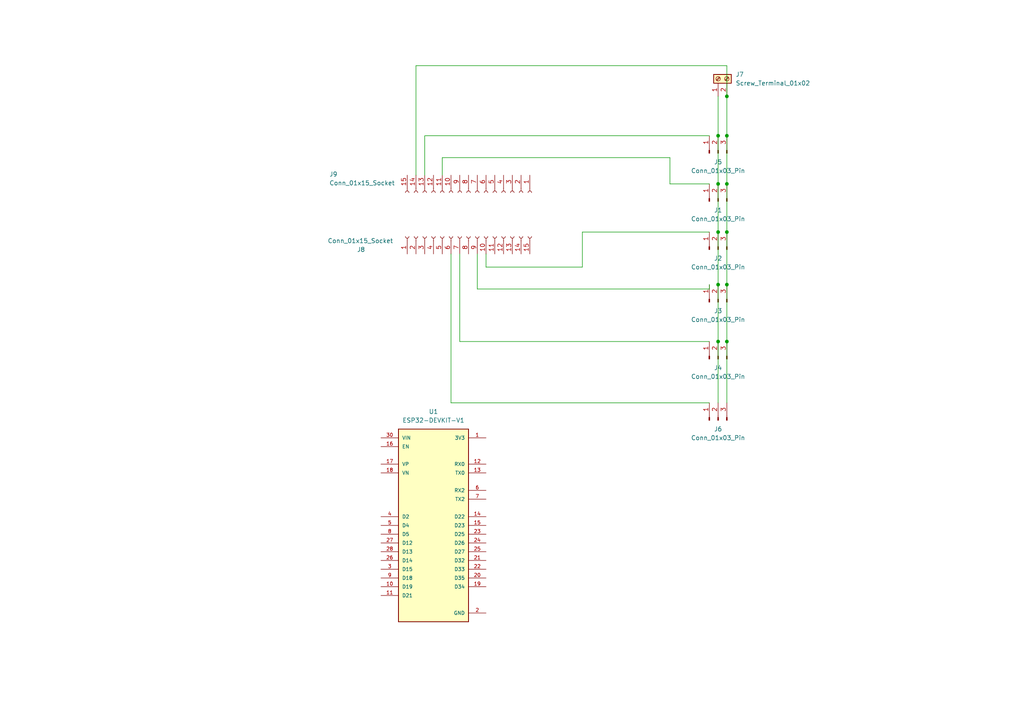
<source format=kicad_sch>
(kicad_sch
	(version 20250114)
	(generator "eeschema")
	(generator_version "9.0")
	(uuid "b21592c6-42e5-42ee-832e-3d5529a05b86")
	(paper "A4")
	(title_block
		(title "Placa de Alimentação e Controle dos Servomotores")
		(date "2025-11-30")
		(company "Instituto Federal de Santa Catarina")
		(comment 1 "Caio Neves Meira")
		(comment 2 "Guilherme da Costa Franco")
		(comment 3 "Marcelo Pereira Zampieri")
	)
	(lib_symbols
		(symbol "Connector:Conn_01x03_Pin"
			(pin_names
				(offset 1.016)
				(hide yes)
			)
			(exclude_from_sim no)
			(in_bom yes)
			(on_board yes)
			(property "Reference" "J"
				(at 0 5.08 0)
				(effects
					(font
						(size 1.27 1.27)
					)
				)
			)
			(property "Value" "Conn_01x03_Pin"
				(at 0 -5.08 0)
				(effects
					(font
						(size 1.27 1.27)
					)
				)
			)
			(property "Footprint" ""
				(at 0 0 0)
				(effects
					(font
						(size 1.27 1.27)
					)
					(hide yes)
				)
			)
			(property "Datasheet" "~"
				(at 0 0 0)
				(effects
					(font
						(size 1.27 1.27)
					)
					(hide yes)
				)
			)
			(property "Description" "Generic connector, single row, 01x03, script generated"
				(at 0 0 0)
				(effects
					(font
						(size 1.27 1.27)
					)
					(hide yes)
				)
			)
			(property "ki_locked" ""
				(at 0 0 0)
				(effects
					(font
						(size 1.27 1.27)
					)
				)
			)
			(property "ki_keywords" "connector"
				(at 0 0 0)
				(effects
					(font
						(size 1.27 1.27)
					)
					(hide yes)
				)
			)
			(property "ki_fp_filters" "Connector*:*_1x??_*"
				(at 0 0 0)
				(effects
					(font
						(size 1.27 1.27)
					)
					(hide yes)
				)
			)
			(symbol "Conn_01x03_Pin_1_1"
				(rectangle
					(start 0.8636 2.667)
					(end 0 2.413)
					(stroke
						(width 0.1524)
						(type default)
					)
					(fill
						(type outline)
					)
				)
				(rectangle
					(start 0.8636 0.127)
					(end 0 -0.127)
					(stroke
						(width 0.1524)
						(type default)
					)
					(fill
						(type outline)
					)
				)
				(rectangle
					(start 0.8636 -2.413)
					(end 0 -2.667)
					(stroke
						(width 0.1524)
						(type default)
					)
					(fill
						(type outline)
					)
				)
				(polyline
					(pts
						(xy 1.27 2.54) (xy 0.8636 2.54)
					)
					(stroke
						(width 0.1524)
						(type default)
					)
					(fill
						(type none)
					)
				)
				(polyline
					(pts
						(xy 1.27 0) (xy 0.8636 0)
					)
					(stroke
						(width 0.1524)
						(type default)
					)
					(fill
						(type none)
					)
				)
				(polyline
					(pts
						(xy 1.27 -2.54) (xy 0.8636 -2.54)
					)
					(stroke
						(width 0.1524)
						(type default)
					)
					(fill
						(type none)
					)
				)
				(pin passive line
					(at 5.08 2.54 180)
					(length 3.81)
					(name "Pin_1"
						(effects
							(font
								(size 1.27 1.27)
							)
						)
					)
					(number "1"
						(effects
							(font
								(size 1.27 1.27)
							)
						)
					)
				)
				(pin passive line
					(at 5.08 0 180)
					(length 3.81)
					(name "Pin_2"
						(effects
							(font
								(size 1.27 1.27)
							)
						)
					)
					(number "2"
						(effects
							(font
								(size 1.27 1.27)
							)
						)
					)
				)
				(pin passive line
					(at 5.08 -2.54 180)
					(length 3.81)
					(name "Pin_3"
						(effects
							(font
								(size 1.27 1.27)
							)
						)
					)
					(number "3"
						(effects
							(font
								(size 1.27 1.27)
							)
						)
					)
				)
			)
			(embedded_fonts no)
		)
		(symbol "Connector:Conn_01x15_Socket"
			(pin_names
				(offset 1.016)
				(hide yes)
			)
			(exclude_from_sim no)
			(in_bom yes)
			(on_board yes)
			(property "Reference" "J"
				(at 0 20.32 0)
				(effects
					(font
						(size 1.27 1.27)
					)
				)
			)
			(property "Value" "Conn_01x15_Socket"
				(at 0 -20.32 0)
				(effects
					(font
						(size 1.27 1.27)
					)
				)
			)
			(property "Footprint" ""
				(at 0 0 0)
				(effects
					(font
						(size 1.27 1.27)
					)
					(hide yes)
				)
			)
			(property "Datasheet" "~"
				(at 0 0 0)
				(effects
					(font
						(size 1.27 1.27)
					)
					(hide yes)
				)
			)
			(property "Description" "Generic connector, single row, 01x15, script generated"
				(at 0 0 0)
				(effects
					(font
						(size 1.27 1.27)
					)
					(hide yes)
				)
			)
			(property "ki_locked" ""
				(at 0 0 0)
				(effects
					(font
						(size 1.27 1.27)
					)
				)
			)
			(property "ki_keywords" "connector"
				(at 0 0 0)
				(effects
					(font
						(size 1.27 1.27)
					)
					(hide yes)
				)
			)
			(property "ki_fp_filters" "Connector*:*_1x??_*"
				(at 0 0 0)
				(effects
					(font
						(size 1.27 1.27)
					)
					(hide yes)
				)
			)
			(symbol "Conn_01x15_Socket_1_1"
				(polyline
					(pts
						(xy -1.27 17.78) (xy -0.508 17.78)
					)
					(stroke
						(width 0.1524)
						(type default)
					)
					(fill
						(type none)
					)
				)
				(polyline
					(pts
						(xy -1.27 15.24) (xy -0.508 15.24)
					)
					(stroke
						(width 0.1524)
						(type default)
					)
					(fill
						(type none)
					)
				)
				(polyline
					(pts
						(xy -1.27 12.7) (xy -0.508 12.7)
					)
					(stroke
						(width 0.1524)
						(type default)
					)
					(fill
						(type none)
					)
				)
				(polyline
					(pts
						(xy -1.27 10.16) (xy -0.508 10.16)
					)
					(stroke
						(width 0.1524)
						(type default)
					)
					(fill
						(type none)
					)
				)
				(polyline
					(pts
						(xy -1.27 7.62) (xy -0.508 7.62)
					)
					(stroke
						(width 0.1524)
						(type default)
					)
					(fill
						(type none)
					)
				)
				(polyline
					(pts
						(xy -1.27 5.08) (xy -0.508 5.08)
					)
					(stroke
						(width 0.1524)
						(type default)
					)
					(fill
						(type none)
					)
				)
				(polyline
					(pts
						(xy -1.27 2.54) (xy -0.508 2.54)
					)
					(stroke
						(width 0.1524)
						(type default)
					)
					(fill
						(type none)
					)
				)
				(polyline
					(pts
						(xy -1.27 0) (xy -0.508 0)
					)
					(stroke
						(width 0.1524)
						(type default)
					)
					(fill
						(type none)
					)
				)
				(polyline
					(pts
						(xy -1.27 -2.54) (xy -0.508 -2.54)
					)
					(stroke
						(width 0.1524)
						(type default)
					)
					(fill
						(type none)
					)
				)
				(polyline
					(pts
						(xy -1.27 -5.08) (xy -0.508 -5.08)
					)
					(stroke
						(width 0.1524)
						(type default)
					)
					(fill
						(type none)
					)
				)
				(polyline
					(pts
						(xy -1.27 -7.62) (xy -0.508 -7.62)
					)
					(stroke
						(width 0.1524)
						(type default)
					)
					(fill
						(type none)
					)
				)
				(polyline
					(pts
						(xy -1.27 -10.16) (xy -0.508 -10.16)
					)
					(stroke
						(width 0.1524)
						(type default)
					)
					(fill
						(type none)
					)
				)
				(polyline
					(pts
						(xy -1.27 -12.7) (xy -0.508 -12.7)
					)
					(stroke
						(width 0.1524)
						(type default)
					)
					(fill
						(type none)
					)
				)
				(polyline
					(pts
						(xy -1.27 -15.24) (xy -0.508 -15.24)
					)
					(stroke
						(width 0.1524)
						(type default)
					)
					(fill
						(type none)
					)
				)
				(polyline
					(pts
						(xy -1.27 -17.78) (xy -0.508 -17.78)
					)
					(stroke
						(width 0.1524)
						(type default)
					)
					(fill
						(type none)
					)
				)
				(arc
					(start 0 17.272)
					(mid -0.5058 17.78)
					(end 0 18.288)
					(stroke
						(width 0.1524)
						(type default)
					)
					(fill
						(type none)
					)
				)
				(arc
					(start 0 14.732)
					(mid -0.5058 15.24)
					(end 0 15.748)
					(stroke
						(width 0.1524)
						(type default)
					)
					(fill
						(type none)
					)
				)
				(arc
					(start 0 12.192)
					(mid -0.5058 12.7)
					(end 0 13.208)
					(stroke
						(width 0.1524)
						(type default)
					)
					(fill
						(type none)
					)
				)
				(arc
					(start 0 9.652)
					(mid -0.5058 10.16)
					(end 0 10.668)
					(stroke
						(width 0.1524)
						(type default)
					)
					(fill
						(type none)
					)
				)
				(arc
					(start 0 7.112)
					(mid -0.5058 7.62)
					(end 0 8.128)
					(stroke
						(width 0.1524)
						(type default)
					)
					(fill
						(type none)
					)
				)
				(arc
					(start 0 4.572)
					(mid -0.5058 5.08)
					(end 0 5.588)
					(stroke
						(width 0.1524)
						(type default)
					)
					(fill
						(type none)
					)
				)
				(arc
					(start 0 2.032)
					(mid -0.5058 2.54)
					(end 0 3.048)
					(stroke
						(width 0.1524)
						(type default)
					)
					(fill
						(type none)
					)
				)
				(arc
					(start 0 -0.508)
					(mid -0.5058 0)
					(end 0 0.508)
					(stroke
						(width 0.1524)
						(type default)
					)
					(fill
						(type none)
					)
				)
				(arc
					(start 0 -3.048)
					(mid -0.5058 -2.54)
					(end 0 -2.032)
					(stroke
						(width 0.1524)
						(type default)
					)
					(fill
						(type none)
					)
				)
				(arc
					(start 0 -5.588)
					(mid -0.5058 -5.08)
					(end 0 -4.572)
					(stroke
						(width 0.1524)
						(type default)
					)
					(fill
						(type none)
					)
				)
				(arc
					(start 0 -8.128)
					(mid -0.5058 -7.62)
					(end 0 -7.112)
					(stroke
						(width 0.1524)
						(type default)
					)
					(fill
						(type none)
					)
				)
				(arc
					(start 0 -10.668)
					(mid -0.5058 -10.16)
					(end 0 -9.652)
					(stroke
						(width 0.1524)
						(type default)
					)
					(fill
						(type none)
					)
				)
				(arc
					(start 0 -13.208)
					(mid -0.5058 -12.7)
					(end 0 -12.192)
					(stroke
						(width 0.1524)
						(type default)
					)
					(fill
						(type none)
					)
				)
				(arc
					(start 0 -15.748)
					(mid -0.5058 -15.24)
					(end 0 -14.732)
					(stroke
						(width 0.1524)
						(type default)
					)
					(fill
						(type none)
					)
				)
				(arc
					(start 0 -18.288)
					(mid -0.5058 -17.78)
					(end 0 -17.272)
					(stroke
						(width 0.1524)
						(type default)
					)
					(fill
						(type none)
					)
				)
				(pin passive line
					(at -5.08 17.78 0)
					(length 3.81)
					(name "Pin_1"
						(effects
							(font
								(size 1.27 1.27)
							)
						)
					)
					(number "1"
						(effects
							(font
								(size 1.27 1.27)
							)
						)
					)
				)
				(pin passive line
					(at -5.08 15.24 0)
					(length 3.81)
					(name "Pin_2"
						(effects
							(font
								(size 1.27 1.27)
							)
						)
					)
					(number "2"
						(effects
							(font
								(size 1.27 1.27)
							)
						)
					)
				)
				(pin passive line
					(at -5.08 12.7 0)
					(length 3.81)
					(name "Pin_3"
						(effects
							(font
								(size 1.27 1.27)
							)
						)
					)
					(number "3"
						(effects
							(font
								(size 1.27 1.27)
							)
						)
					)
				)
				(pin passive line
					(at -5.08 10.16 0)
					(length 3.81)
					(name "Pin_4"
						(effects
							(font
								(size 1.27 1.27)
							)
						)
					)
					(number "4"
						(effects
							(font
								(size 1.27 1.27)
							)
						)
					)
				)
				(pin passive line
					(at -5.08 7.62 0)
					(length 3.81)
					(name "Pin_5"
						(effects
							(font
								(size 1.27 1.27)
							)
						)
					)
					(number "5"
						(effects
							(font
								(size 1.27 1.27)
							)
						)
					)
				)
				(pin passive line
					(at -5.08 5.08 0)
					(length 3.81)
					(name "Pin_6"
						(effects
							(font
								(size 1.27 1.27)
							)
						)
					)
					(number "6"
						(effects
							(font
								(size 1.27 1.27)
							)
						)
					)
				)
				(pin passive line
					(at -5.08 2.54 0)
					(length 3.81)
					(name "Pin_7"
						(effects
							(font
								(size 1.27 1.27)
							)
						)
					)
					(number "7"
						(effects
							(font
								(size 1.27 1.27)
							)
						)
					)
				)
				(pin passive line
					(at -5.08 0 0)
					(length 3.81)
					(name "Pin_8"
						(effects
							(font
								(size 1.27 1.27)
							)
						)
					)
					(number "8"
						(effects
							(font
								(size 1.27 1.27)
							)
						)
					)
				)
				(pin passive line
					(at -5.08 -2.54 0)
					(length 3.81)
					(name "Pin_9"
						(effects
							(font
								(size 1.27 1.27)
							)
						)
					)
					(number "9"
						(effects
							(font
								(size 1.27 1.27)
							)
						)
					)
				)
				(pin passive line
					(at -5.08 -5.08 0)
					(length 3.81)
					(name "Pin_10"
						(effects
							(font
								(size 1.27 1.27)
							)
						)
					)
					(number "10"
						(effects
							(font
								(size 1.27 1.27)
							)
						)
					)
				)
				(pin passive line
					(at -5.08 -7.62 0)
					(length 3.81)
					(name "Pin_11"
						(effects
							(font
								(size 1.27 1.27)
							)
						)
					)
					(number "11"
						(effects
							(font
								(size 1.27 1.27)
							)
						)
					)
				)
				(pin passive line
					(at -5.08 -10.16 0)
					(length 3.81)
					(name "Pin_12"
						(effects
							(font
								(size 1.27 1.27)
							)
						)
					)
					(number "12"
						(effects
							(font
								(size 1.27 1.27)
							)
						)
					)
				)
				(pin passive line
					(at -5.08 -12.7 0)
					(length 3.81)
					(name "Pin_13"
						(effects
							(font
								(size 1.27 1.27)
							)
						)
					)
					(number "13"
						(effects
							(font
								(size 1.27 1.27)
							)
						)
					)
				)
				(pin passive line
					(at -5.08 -15.24 0)
					(length 3.81)
					(name "Pin_14"
						(effects
							(font
								(size 1.27 1.27)
							)
						)
					)
					(number "14"
						(effects
							(font
								(size 1.27 1.27)
							)
						)
					)
				)
				(pin passive line
					(at -5.08 -17.78 0)
					(length 3.81)
					(name "Pin_15"
						(effects
							(font
								(size 1.27 1.27)
							)
						)
					)
					(number "15"
						(effects
							(font
								(size 1.27 1.27)
							)
						)
					)
				)
			)
			(embedded_fonts no)
		)
		(symbol "Connector:Screw_Terminal_01x02"
			(pin_names
				(offset 1.016)
				(hide yes)
			)
			(exclude_from_sim no)
			(in_bom yes)
			(on_board yes)
			(property "Reference" "J"
				(at 0 2.54 0)
				(effects
					(font
						(size 1.27 1.27)
					)
				)
			)
			(property "Value" "Screw_Terminal_01x02"
				(at 0 -5.08 0)
				(effects
					(font
						(size 1.27 1.27)
					)
				)
			)
			(property "Footprint" ""
				(at 0 0 0)
				(effects
					(font
						(size 1.27 1.27)
					)
					(hide yes)
				)
			)
			(property "Datasheet" "~"
				(at 0 0 0)
				(effects
					(font
						(size 1.27 1.27)
					)
					(hide yes)
				)
			)
			(property "Description" "Generic screw terminal, single row, 01x02, script generated (kicad-library-utils/schlib/autogen/connector/)"
				(at 0 0 0)
				(effects
					(font
						(size 1.27 1.27)
					)
					(hide yes)
				)
			)
			(property "ki_keywords" "screw terminal"
				(at 0 0 0)
				(effects
					(font
						(size 1.27 1.27)
					)
					(hide yes)
				)
			)
			(property "ki_fp_filters" "TerminalBlock*:*"
				(at 0 0 0)
				(effects
					(font
						(size 1.27 1.27)
					)
					(hide yes)
				)
			)
			(symbol "Screw_Terminal_01x02_1_1"
				(rectangle
					(start -1.27 1.27)
					(end 1.27 -3.81)
					(stroke
						(width 0.254)
						(type default)
					)
					(fill
						(type background)
					)
				)
				(polyline
					(pts
						(xy -0.5334 0.3302) (xy 0.3302 -0.508)
					)
					(stroke
						(width 0.1524)
						(type default)
					)
					(fill
						(type none)
					)
				)
				(polyline
					(pts
						(xy -0.5334 -2.2098) (xy 0.3302 -3.048)
					)
					(stroke
						(width 0.1524)
						(type default)
					)
					(fill
						(type none)
					)
				)
				(polyline
					(pts
						(xy -0.3556 0.508) (xy 0.508 -0.3302)
					)
					(stroke
						(width 0.1524)
						(type default)
					)
					(fill
						(type none)
					)
				)
				(polyline
					(pts
						(xy -0.3556 -2.032) (xy 0.508 -2.8702)
					)
					(stroke
						(width 0.1524)
						(type default)
					)
					(fill
						(type none)
					)
				)
				(circle
					(center 0 0)
					(radius 0.635)
					(stroke
						(width 0.1524)
						(type default)
					)
					(fill
						(type none)
					)
				)
				(circle
					(center 0 -2.54)
					(radius 0.635)
					(stroke
						(width 0.1524)
						(type default)
					)
					(fill
						(type none)
					)
				)
				(pin passive line
					(at -5.08 0 0)
					(length 3.81)
					(name "Pin_1"
						(effects
							(font
								(size 1.27 1.27)
							)
						)
					)
					(number "1"
						(effects
							(font
								(size 1.27 1.27)
							)
						)
					)
				)
				(pin passive line
					(at -5.08 -2.54 0)
					(length 3.81)
					(name "Pin_2"
						(effects
							(font
								(size 1.27 1.27)
							)
						)
					)
					(number "2"
						(effects
							(font
								(size 1.27 1.27)
							)
						)
					)
				)
			)
			(embedded_fonts no)
		)
		(symbol "ESP32-DEVKIT-V1:ESP32-DEVKIT-V1"
			(pin_names
				(offset 1.016)
			)
			(exclude_from_sim no)
			(in_bom yes)
			(on_board yes)
			(property "Reference" "U"
				(at -10.16 30.48 0)
				(effects
					(font
						(size 1.27 1.27)
					)
					(justify left top)
				)
			)
			(property "Value" "ESP32-DEVKIT-V1"
				(at -10.16 -30.48 0)
				(effects
					(font
						(size 1.27 1.27)
					)
					(justify left bottom)
				)
			)
			(property "Footprint" "ESP32-DEVKIT-V1:MODULE_ESP32_DEVKIT_V1"
				(at 0 0 0)
				(effects
					(font
						(size 1.27 1.27)
					)
					(justify bottom)
					(hide yes)
				)
			)
			(property "Datasheet" ""
				(at 0 0 0)
				(effects
					(font
						(size 1.27 1.27)
					)
					(hide yes)
				)
			)
			(property "Description" ""
				(at 0 0 0)
				(effects
					(font
						(size 1.27 1.27)
					)
					(hide yes)
				)
			)
			(property "MF" "Do it"
				(at 0 0 0)
				(effects
					(font
						(size 1.27 1.27)
					)
					(justify bottom)
					(hide yes)
				)
			)
			(property "MAXIMUM_PACKAGE_HEIGHT" "6.8 mm"
				(at 0 0 0)
				(effects
					(font
						(size 1.27 1.27)
					)
					(justify bottom)
					(hide yes)
				)
			)
			(property "Package" "None"
				(at 0 0 0)
				(effects
					(font
						(size 1.27 1.27)
					)
					(justify bottom)
					(hide yes)
				)
			)
			(property "Price" "None"
				(at 0 0 0)
				(effects
					(font
						(size 1.27 1.27)
					)
					(justify bottom)
					(hide yes)
				)
			)
			(property "Check_prices" "https://www.snapeda.com/parts/ESP32-DEVKIT-V1/Do+it/view-part/?ref=eda"
				(at 0 0 0)
				(effects
					(font
						(size 1.27 1.27)
					)
					(justify bottom)
					(hide yes)
				)
			)
			(property "STANDARD" "Manufacturer Recommendations"
				(at 0 0 0)
				(effects
					(font
						(size 1.27 1.27)
					)
					(justify bottom)
					(hide yes)
				)
			)
			(property "PARTREV" "N/A"
				(at 0 0 0)
				(effects
					(font
						(size 1.27 1.27)
					)
					(justify bottom)
					(hide yes)
				)
			)
			(property "SnapEDA_Link" "https://www.snapeda.com/parts/ESP32-DEVKIT-V1/Do+it/view-part/?ref=snap"
				(at 0 0 0)
				(effects
					(font
						(size 1.27 1.27)
					)
					(justify bottom)
					(hide yes)
				)
			)
			(property "MP" "ESP32-DEVKIT-V1"
				(at 0 0 0)
				(effects
					(font
						(size 1.27 1.27)
					)
					(justify bottom)
					(hide yes)
				)
			)
			(property "Description_1" "Dual core, Wi-Fi: 2.4 GHz up to 150 Mbits/s,BLE (Bluetooth Low Energy) and legacy Bluetooth, 32 bits, Up to 240 MHz"
				(at 0 0 0)
				(effects
					(font
						(size 1.27 1.27)
					)
					(justify bottom)
					(hide yes)
				)
			)
			(property "Availability" "Not in stock"
				(at 0 0 0)
				(effects
					(font
						(size 1.27 1.27)
					)
					(justify bottom)
					(hide yes)
				)
			)
			(property "MANUFACTURER" "DOIT"
				(at 0 0 0)
				(effects
					(font
						(size 1.27 1.27)
					)
					(justify bottom)
					(hide yes)
				)
			)
			(symbol "ESP32-DEVKIT-V1_0_0"
				(rectangle
					(start -10.16 -27.94)
					(end 10.16 27.94)
					(stroke
						(width 0.254)
						(type default)
					)
					(fill
						(type background)
					)
				)
				(pin input line
					(at -15.24 25.4 0)
					(length 5.08)
					(name "VIN"
						(effects
							(font
								(size 1.016 1.016)
							)
						)
					)
					(number "30"
						(effects
							(font
								(size 1.016 1.016)
							)
						)
					)
				)
				(pin input line
					(at -15.24 22.86 0)
					(length 5.08)
					(name "EN"
						(effects
							(font
								(size 1.016 1.016)
							)
						)
					)
					(number "16"
						(effects
							(font
								(size 1.016 1.016)
							)
						)
					)
				)
				(pin bidirectional line
					(at -15.24 17.78 0)
					(length 5.08)
					(name "VP"
						(effects
							(font
								(size 1.016 1.016)
							)
						)
					)
					(number "17"
						(effects
							(font
								(size 1.016 1.016)
							)
						)
					)
				)
				(pin bidirectional line
					(at -15.24 15.24 0)
					(length 5.08)
					(name "VN"
						(effects
							(font
								(size 1.016 1.016)
							)
						)
					)
					(number "18"
						(effects
							(font
								(size 1.016 1.016)
							)
						)
					)
				)
				(pin bidirectional line
					(at -15.24 2.54 0)
					(length 5.08)
					(name "D2"
						(effects
							(font
								(size 1.016 1.016)
							)
						)
					)
					(number "4"
						(effects
							(font
								(size 1.016 1.016)
							)
						)
					)
				)
				(pin bidirectional line
					(at -15.24 0 0)
					(length 5.08)
					(name "D4"
						(effects
							(font
								(size 1.016 1.016)
							)
						)
					)
					(number "5"
						(effects
							(font
								(size 1.016 1.016)
							)
						)
					)
				)
				(pin bidirectional line
					(at -15.24 -2.54 0)
					(length 5.08)
					(name "D5"
						(effects
							(font
								(size 1.016 1.016)
							)
						)
					)
					(number "8"
						(effects
							(font
								(size 1.016 1.016)
							)
						)
					)
				)
				(pin bidirectional line
					(at -15.24 -5.08 0)
					(length 5.08)
					(name "D12"
						(effects
							(font
								(size 1.016 1.016)
							)
						)
					)
					(number "27"
						(effects
							(font
								(size 1.016 1.016)
							)
						)
					)
				)
				(pin bidirectional line
					(at -15.24 -7.62 0)
					(length 5.08)
					(name "D13"
						(effects
							(font
								(size 1.016 1.016)
							)
						)
					)
					(number "28"
						(effects
							(font
								(size 1.016 1.016)
							)
						)
					)
				)
				(pin bidirectional line
					(at -15.24 -10.16 0)
					(length 5.08)
					(name "D14"
						(effects
							(font
								(size 1.016 1.016)
							)
						)
					)
					(number "26"
						(effects
							(font
								(size 1.016 1.016)
							)
						)
					)
				)
				(pin bidirectional line
					(at -15.24 -12.7 0)
					(length 5.08)
					(name "D15"
						(effects
							(font
								(size 1.016 1.016)
							)
						)
					)
					(number "3"
						(effects
							(font
								(size 1.016 1.016)
							)
						)
					)
				)
				(pin bidirectional line
					(at -15.24 -15.24 0)
					(length 5.08)
					(name "D18"
						(effects
							(font
								(size 1.016 1.016)
							)
						)
					)
					(number "9"
						(effects
							(font
								(size 1.016 1.016)
							)
						)
					)
				)
				(pin bidirectional line
					(at -15.24 -17.78 0)
					(length 5.08)
					(name "D19"
						(effects
							(font
								(size 1.016 1.016)
							)
						)
					)
					(number "10"
						(effects
							(font
								(size 1.016 1.016)
							)
						)
					)
				)
				(pin bidirectional line
					(at -15.24 -20.32 0)
					(length 5.08)
					(name "D21"
						(effects
							(font
								(size 1.016 1.016)
							)
						)
					)
					(number "11"
						(effects
							(font
								(size 1.016 1.016)
							)
						)
					)
				)
				(pin output line
					(at 15.24 25.4 180)
					(length 5.08)
					(name "3V3"
						(effects
							(font
								(size 1.016 1.016)
							)
						)
					)
					(number "1"
						(effects
							(font
								(size 1.016 1.016)
							)
						)
					)
				)
				(pin input line
					(at 15.24 17.78 180)
					(length 5.08)
					(name "RX0"
						(effects
							(font
								(size 1.016 1.016)
							)
						)
					)
					(number "12"
						(effects
							(font
								(size 1.016 1.016)
							)
						)
					)
				)
				(pin output line
					(at 15.24 15.24 180)
					(length 5.08)
					(name "TX0"
						(effects
							(font
								(size 1.016 1.016)
							)
						)
					)
					(number "13"
						(effects
							(font
								(size 1.016 1.016)
							)
						)
					)
				)
				(pin input line
					(at 15.24 10.16 180)
					(length 5.08)
					(name "RX2"
						(effects
							(font
								(size 1.016 1.016)
							)
						)
					)
					(number "6"
						(effects
							(font
								(size 1.016 1.016)
							)
						)
					)
				)
				(pin output line
					(at 15.24 7.62 180)
					(length 5.08)
					(name "TX2"
						(effects
							(font
								(size 1.016 1.016)
							)
						)
					)
					(number "7"
						(effects
							(font
								(size 1.016 1.016)
							)
						)
					)
				)
				(pin bidirectional line
					(at 15.24 2.54 180)
					(length 5.08)
					(name "D22"
						(effects
							(font
								(size 1.016 1.016)
							)
						)
					)
					(number "14"
						(effects
							(font
								(size 1.016 1.016)
							)
						)
					)
				)
				(pin bidirectional line
					(at 15.24 0 180)
					(length 5.08)
					(name "D23"
						(effects
							(font
								(size 1.016 1.016)
							)
						)
					)
					(number "15"
						(effects
							(font
								(size 1.016 1.016)
							)
						)
					)
				)
				(pin bidirectional line
					(at 15.24 -2.54 180)
					(length 5.08)
					(name "D25"
						(effects
							(font
								(size 1.016 1.016)
							)
						)
					)
					(number "23"
						(effects
							(font
								(size 1.016 1.016)
							)
						)
					)
				)
				(pin bidirectional line
					(at 15.24 -5.08 180)
					(length 5.08)
					(name "D26"
						(effects
							(font
								(size 1.016 1.016)
							)
						)
					)
					(number "24"
						(effects
							(font
								(size 1.016 1.016)
							)
						)
					)
				)
				(pin bidirectional line
					(at 15.24 -7.62 180)
					(length 5.08)
					(name "D27"
						(effects
							(font
								(size 1.016 1.016)
							)
						)
					)
					(number "25"
						(effects
							(font
								(size 1.016 1.016)
							)
						)
					)
				)
				(pin bidirectional line
					(at 15.24 -10.16 180)
					(length 5.08)
					(name "D32"
						(effects
							(font
								(size 1.016 1.016)
							)
						)
					)
					(number "21"
						(effects
							(font
								(size 1.016 1.016)
							)
						)
					)
				)
				(pin bidirectional line
					(at 15.24 -12.7 180)
					(length 5.08)
					(name "D33"
						(effects
							(font
								(size 1.016 1.016)
							)
						)
					)
					(number "22"
						(effects
							(font
								(size 1.016 1.016)
							)
						)
					)
				)
				(pin bidirectional line
					(at 15.24 -15.24 180)
					(length 5.08)
					(name "D35"
						(effects
							(font
								(size 1.016 1.016)
							)
						)
					)
					(number "20"
						(effects
							(font
								(size 1.016 1.016)
							)
						)
					)
				)
				(pin bidirectional line
					(at 15.24 -17.78 180)
					(length 5.08)
					(name "D34"
						(effects
							(font
								(size 1.016 1.016)
							)
						)
					)
					(number "19"
						(effects
							(font
								(size 1.016 1.016)
							)
						)
					)
				)
				(pin power_in line
					(at 15.24 -25.4 180)
					(length 5.08)
					(name "GND"
						(effects
							(font
								(size 1.016 1.016)
							)
						)
					)
					(number "2"
						(effects
							(font
								(size 1.016 1.016)
							)
						)
					)
				)
				(pin power_in line
					(at 15.24 -25.4 180)
					(length 5.08)
					(hide yes)
					(name "GND"
						(effects
							(font
								(size 1.016 1.016)
							)
						)
					)
					(number "29"
						(effects
							(font
								(size 1.016 1.016)
							)
						)
					)
				)
			)
			(embedded_fonts no)
		)
	)
	(junction
		(at 208.28 82.55)
		(diameter 0)
		(color 0 0 0 0)
		(uuid "2b3f5629-3a51-42b2-a15c-ec4451480d8a")
	)
	(junction
		(at 210.82 99.06)
		(diameter 0)
		(color 0 0 0 0)
		(uuid "34126eeb-6c5a-4649-9824-e649e5bfa58a")
	)
	(junction
		(at 210.82 53.34)
		(diameter 0)
		(color 0 0 0 0)
		(uuid "4a4cb155-cc7e-481c-a9f9-da012c136191")
	)
	(junction
		(at 208.28 39.37)
		(diameter 0)
		(color 0 0 0 0)
		(uuid "5a026854-7a54-4b0d-8701-9e382cfb19fa")
	)
	(junction
		(at 210.82 67.31)
		(diameter 0)
		(color 0 0 0 0)
		(uuid "6a5ebae3-d68c-4179-ac32-4b7f096bf0db")
	)
	(junction
		(at 208.28 67.31)
		(diameter 0)
		(color 0 0 0 0)
		(uuid "7de82c2d-cbe9-4f0b-903b-572e5f1bbc5e")
	)
	(junction
		(at 208.28 53.34)
		(diameter 0)
		(color 0 0 0 0)
		(uuid "8017cd59-520f-458f-992b-2e888cd96a69")
	)
	(junction
		(at 210.82 39.37)
		(diameter 0)
		(color 0 0 0 0)
		(uuid "9e37261d-e82e-43fe-a61f-9d85781b747f")
	)
	(junction
		(at 208.28 99.06)
		(diameter 0)
		(color 0 0 0 0)
		(uuid "d2d00009-247d-40b0-930b-5252c4431ff2")
	)
	(junction
		(at 210.82 82.55)
		(diameter 0)
		(color 0 0 0 0)
		(uuid "e424b4a3-a522-4bce-84ef-8c6f4bd9633f")
	)
	(junction
		(at 210.82 27.94)
		(diameter 0)
		(color 0 0 0 0)
		(uuid "eef7fd36-05c4-4729-911d-a45f15dc8adf")
	)
	(wire
		(pts
			(xy 205.74 83.82) (xy 205.74 82.55)
		)
		(stroke
			(width 0)
			(type default)
		)
		(uuid "066f538e-0f6a-4a06-92fc-113b6c6a9530")
	)
	(wire
		(pts
			(xy 208.28 99.06) (xy 208.28 116.84)
		)
		(stroke
			(width 0)
			(type default)
		)
		(uuid "077b3551-e376-4de3-9667-8f4934eed048")
	)
	(wire
		(pts
			(xy 130.81 116.84) (xy 205.74 116.84)
		)
		(stroke
			(width 0)
			(type default)
		)
		(uuid "0784533f-8d04-4192-9bb2-2be2dc8fa3c6")
	)
	(wire
		(pts
			(xy 210.82 99.06) (xy 210.82 116.84)
		)
		(stroke
			(width 0)
			(type default)
		)
		(uuid "156d1ae8-39cb-4e25-a85d-fa441bbad768")
	)
	(wire
		(pts
			(xy 120.65 50.8) (xy 120.65 19.05)
		)
		(stroke
			(width 0)
			(type default)
		)
		(uuid "175d7b0f-38be-4647-8240-7e404e925c98")
	)
	(wire
		(pts
			(xy 208.28 53.34) (xy 208.28 67.31)
		)
		(stroke
			(width 0)
			(type default)
		)
		(uuid "1e07af8d-777d-4f0f-8a37-f5a2bbf04c38")
	)
	(wire
		(pts
			(xy 133.35 73.66) (xy 133.35 99.06)
		)
		(stroke
			(width 0)
			(type default)
		)
		(uuid "2ccf79ff-d103-41d3-a462-2ebbae41e10e")
	)
	(wire
		(pts
			(xy 128.27 50.8) (xy 128.27 45.72)
		)
		(stroke
			(width 0)
			(type default)
		)
		(uuid "3610c3ff-bb09-4460-8def-05190df400c3")
	)
	(wire
		(pts
			(xy 123.19 39.37) (xy 205.74 39.37)
		)
		(stroke
			(width 0)
			(type default)
		)
		(uuid "361533e7-281b-44d6-8e0c-9e955d4ae0cd")
	)
	(wire
		(pts
			(xy 210.82 27.94) (xy 210.82 39.37)
		)
		(stroke
			(width 0)
			(type default)
		)
		(uuid "41703273-5887-44a0-87ba-b7acbf84dfda")
	)
	(wire
		(pts
			(xy 210.82 39.37) (xy 210.82 53.34)
		)
		(stroke
			(width 0)
			(type default)
		)
		(uuid "54345c11-238e-4c40-aa1d-3232eef476bf")
	)
	(wire
		(pts
			(xy 168.91 77.47) (xy 168.91 67.31)
		)
		(stroke
			(width 0)
			(type default)
		)
		(uuid "626c50ba-7e88-430d-876f-f69578ae86bf")
	)
	(wire
		(pts
			(xy 208.28 27.94) (xy 208.28 39.37)
		)
		(stroke
			(width 0)
			(type default)
		)
		(uuid "68032974-d4be-4dbe-8d68-34522266980d")
	)
	(wire
		(pts
			(xy 210.82 67.31) (xy 210.82 82.55)
		)
		(stroke
			(width 0)
			(type default)
		)
		(uuid "702605f7-6759-4939-97a4-fa12bf725cb9")
	)
	(wire
		(pts
			(xy 133.35 99.06) (xy 205.74 99.06)
		)
		(stroke
			(width 0)
			(type default)
		)
		(uuid "75876e3e-44d8-4d32-a478-d0c9caf11465")
	)
	(wire
		(pts
			(xy 194.31 45.72) (xy 194.31 53.34)
		)
		(stroke
			(width 0)
			(type default)
		)
		(uuid "788e7b61-abd6-47ba-996c-1d3cdfb21659")
	)
	(wire
		(pts
			(xy 140.97 77.47) (xy 168.91 77.47)
		)
		(stroke
			(width 0)
			(type default)
		)
		(uuid "7e6835e9-fb74-403b-8d63-40956eb5ce5c")
	)
	(wire
		(pts
			(xy 208.28 39.37) (xy 208.28 53.34)
		)
		(stroke
			(width 0)
			(type default)
		)
		(uuid "8a48e4a2-5bc3-49a7-8778-a4891a32aba4")
	)
	(wire
		(pts
			(xy 210.82 53.34) (xy 210.82 67.31)
		)
		(stroke
			(width 0)
			(type default)
		)
		(uuid "8f88e3aa-f72f-4412-a3b6-3b82aa0c1371")
	)
	(wire
		(pts
			(xy 138.43 73.66) (xy 138.43 83.82)
		)
		(stroke
			(width 0)
			(type default)
		)
		(uuid "973babb3-d757-4fc9-9664-6fc7d51c3c97")
	)
	(wire
		(pts
			(xy 140.97 73.66) (xy 140.97 77.47)
		)
		(stroke
			(width 0)
			(type default)
		)
		(uuid "a0804afb-191f-4f09-8be6-3f694ee36e39")
	)
	(wire
		(pts
			(xy 208.28 67.31) (xy 208.28 82.55)
		)
		(stroke
			(width 0)
			(type default)
		)
		(uuid "ad122b02-5b67-44f2-8e45-79582f51d3a8")
	)
	(wire
		(pts
			(xy 194.31 53.34) (xy 205.74 53.34)
		)
		(stroke
			(width 0)
			(type default)
		)
		(uuid "ad8e8a05-806d-4e33-829a-3bac86cb0bd5")
	)
	(wire
		(pts
			(xy 208.28 82.55) (xy 208.28 99.06)
		)
		(stroke
			(width 0)
			(type default)
		)
		(uuid "bd69277a-9018-446b-940a-bb04a3c6989d")
	)
	(wire
		(pts
			(xy 128.27 45.72) (xy 194.31 45.72)
		)
		(stroke
			(width 0)
			(type default)
		)
		(uuid "c7a6b29b-31ef-4876-bb71-587a8f184251")
	)
	(wire
		(pts
			(xy 210.82 82.55) (xy 210.82 99.06)
		)
		(stroke
			(width 0)
			(type default)
		)
		(uuid "c8baaeea-ccaf-40e8-82f7-cb999b56da7e")
	)
	(wire
		(pts
			(xy 210.82 19.05) (xy 210.82 27.94)
		)
		(stroke
			(width 0)
			(type default)
		)
		(uuid "c92b637c-3c9d-4bf9-971b-b8dc2e39f77c")
	)
	(wire
		(pts
			(xy 138.43 83.82) (xy 205.74 83.82)
		)
		(stroke
			(width 0)
			(type default)
		)
		(uuid "d9a2683c-c9d9-410e-86c1-da02b5c2b8f0")
	)
	(wire
		(pts
			(xy 130.81 73.66) (xy 130.81 116.84)
		)
		(stroke
			(width 0)
			(type default)
		)
		(uuid "daa2eb9d-7dbf-4430-91da-33e05917439a")
	)
	(wire
		(pts
			(xy 168.91 67.31) (xy 205.74 67.31)
		)
		(stroke
			(width 0)
			(type default)
		)
		(uuid "e791098a-2078-4a2f-973f-c8f39e0a2d99")
	)
	(wire
		(pts
			(xy 120.65 19.05) (xy 210.82 19.05)
		)
		(stroke
			(width 0)
			(type default)
		)
		(uuid "e79d791a-c0fb-4984-9173-55d5f21e3f73")
	)
	(wire
		(pts
			(xy 123.19 50.8) (xy 123.19 39.37)
		)
		(stroke
			(width 0)
			(type default)
		)
		(uuid "f0a6df32-a196-4429-8876-b314eb988a8c")
	)
	(symbol
		(lib_id "Connector:Conn_01x03_Pin")
		(at 208.28 121.92 90)
		(unit 1)
		(exclude_from_sim no)
		(in_bom yes)
		(on_board yes)
		(dnp no)
		(fields_autoplaced yes)
		(uuid "15315f99-a167-4cd3-92ae-57fc61642db8")
		(property "Reference" "J6"
			(at 208.28 124.46 90)
			(effects
				(font
					(size 1.27 1.27)
				)
			)
		)
		(property "Value" "Conn_01x03_Pin"
			(at 208.28 127 90)
			(effects
				(font
					(size 1.27 1.27)
				)
			)
		)
		(property "Footprint" "Connector_PinHeader_2.54mm:PinHeader_1x03_P2.54mm_Vertical"
			(at 208.28 121.92 0)
			(effects
				(font
					(size 1.27 1.27)
				)
				(hide yes)
			)
		)
		(property "Datasheet" "~"
			(at 208.28 121.92 0)
			(effects
				(font
					(size 1.27 1.27)
				)
				(hide yes)
			)
		)
		(property "Description" "Generic connector, single row, 01x03, script generated"
			(at 208.28 121.92 0)
			(effects
				(font
					(size 1.27 1.27)
				)
				(hide yes)
			)
		)
		(pin "2"
			(uuid "c07ffe40-5fe6-4821-88b5-d22d5b70024c")
		)
		(pin "3"
			(uuid "92750d33-2496-4b35-be7b-769e7c4c515e")
		)
		(pin "1"
			(uuid "3de6be0f-ce4c-48f1-beb3-6977d5c316bf")
		)
		(instances
			(project ""
				(path "/b21592c6-42e5-42ee-832e-3d5529a05b86"
					(reference "J6")
					(unit 1)
				)
			)
		)
	)
	(symbol
		(lib_id "Connector:Conn_01x03_Pin")
		(at 208.28 72.39 90)
		(unit 1)
		(exclude_from_sim no)
		(in_bom yes)
		(on_board yes)
		(dnp no)
		(fields_autoplaced yes)
		(uuid "1d49ac88-ca25-441d-85fe-f81904db1000")
		(property "Reference" "J2"
			(at 208.28 74.93 90)
			(effects
				(font
					(size 1.27 1.27)
				)
			)
		)
		(property "Value" "Conn_01x03_Pin"
			(at 208.28 77.47 90)
			(effects
				(font
					(size 1.27 1.27)
				)
			)
		)
		(property "Footprint" "Connector_PinHeader_2.54mm:PinHeader_1x03_P2.54mm_Vertical"
			(at 208.28 72.39 0)
			(effects
				(font
					(size 1.27 1.27)
				)
				(hide yes)
			)
		)
		(property "Datasheet" "~"
			(at 208.28 72.39 0)
			(effects
				(font
					(size 1.27 1.27)
				)
				(hide yes)
			)
		)
		(property "Description" "Generic connector, single row, 01x03, script generated"
			(at 208.28 72.39 0)
			(effects
				(font
					(size 1.27 1.27)
				)
				(hide yes)
			)
		)
		(pin "2"
			(uuid "795069f7-c691-49aa-924e-61b60bda1f50")
		)
		(pin "3"
			(uuid "40fe8363-6e4d-4969-bb65-752d41857462")
		)
		(pin "1"
			(uuid "dfca0575-ac7a-43dd-aced-61dcf46c5b3f")
		)
		(instances
			(project ""
				(path "/b21592c6-42e5-42ee-832e-3d5529a05b86"
					(reference "J2")
					(unit 1)
				)
			)
		)
	)
	(symbol
		(lib_id "Connector:Conn_01x03_Pin")
		(at 208.28 58.42 90)
		(unit 1)
		(exclude_from_sim no)
		(in_bom yes)
		(on_board yes)
		(dnp no)
		(fields_autoplaced yes)
		(uuid "2531fcbc-9d01-43a4-bea9-c1d7a8bc1716")
		(property "Reference" "J1"
			(at 208.28 60.96 90)
			(effects
				(font
					(size 1.27 1.27)
				)
			)
		)
		(property "Value" "Conn_01x03_Pin"
			(at 208.28 63.5 90)
			(effects
				(font
					(size 1.27 1.27)
				)
			)
		)
		(property "Footprint" "Connector_PinHeader_2.54mm:PinHeader_1x03_P2.54mm_Vertical"
			(at 208.28 58.42 0)
			(effects
				(font
					(size 1.27 1.27)
				)
				(hide yes)
			)
		)
		(property "Datasheet" "~"
			(at 208.28 58.42 0)
			(effects
				(font
					(size 1.27 1.27)
				)
				(hide yes)
			)
		)
		(property "Description" "Generic connector, single row, 01x03, script generated"
			(at 208.28 58.42 0)
			(effects
				(font
					(size 1.27 1.27)
				)
				(hide yes)
			)
		)
		(pin "3"
			(uuid "7aa27b5a-e108-4750-9544-aa884b304cdf")
		)
		(pin "1"
			(uuid "67f62821-b0e7-4f62-9efd-181d3faed87d")
		)
		(pin "2"
			(uuid "c5ccd154-c9ca-48ae-8af5-f3707d9d8591")
		)
		(instances
			(project ""
				(path "/b21592c6-42e5-42ee-832e-3d5529a05b86"
					(reference "J1")
					(unit 1)
				)
			)
		)
	)
	(symbol
		(lib_id "ESP32-DEVKIT-V1:ESP32-DEVKIT-V1")
		(at 125.73 152.4 0)
		(unit 1)
		(exclude_from_sim no)
		(in_bom yes)
		(on_board yes)
		(dnp no)
		(fields_autoplaced yes)
		(uuid "5bc2a262-9795-4738-b6b3-7e8af267035b")
		(property "Reference" "U1"
			(at 125.73 119.38 0)
			(effects
				(font
					(size 1.27 1.27)
				)
			)
		)
		(property "Value" "ESP32-DEVKIT-V1"
			(at 125.73 121.92 0)
			(effects
				(font
					(size 1.27 1.27)
				)
			)
		)
		(property "Footprint" "ESP32-DEVKIT-V1:MODULE_ESP32_DEVKIT_V1"
			(at 125.73 152.4 0)
			(effects
				(font
					(size 1.27 1.27)
				)
				(justify bottom)
				(hide yes)
			)
		)
		(property "Datasheet" ""
			(at 125.73 152.4 0)
			(effects
				(font
					(size 1.27 1.27)
				)
				(hide yes)
			)
		)
		(property "Description" ""
			(at 125.73 152.4 0)
			(effects
				(font
					(size 1.27 1.27)
				)
				(hide yes)
			)
		)
		(property "MF" "Do it"
			(at 125.73 152.4 0)
			(effects
				(font
					(size 1.27 1.27)
				)
				(justify bottom)
				(hide yes)
			)
		)
		(property "MAXIMUM_PACKAGE_HEIGHT" "6.8 mm"
			(at 125.73 152.4 0)
			(effects
				(font
					(size 1.27 1.27)
				)
				(justify bottom)
				(hide yes)
			)
		)
		(property "Package" "None"
			(at 125.73 152.4 0)
			(effects
				(font
					(size 1.27 1.27)
				)
				(justify bottom)
				(hide yes)
			)
		)
		(property "Price" "None"
			(at 125.73 152.4 0)
			(effects
				(font
					(size 1.27 1.27)
				)
				(justify bottom)
				(hide yes)
			)
		)
		(property "Check_prices" "https://www.snapeda.com/parts/ESP32-DEVKIT-V1/Do+it/view-part/?ref=eda"
			(at 125.73 152.4 0)
			(effects
				(font
					(size 1.27 1.27)
				)
				(justify bottom)
				(hide yes)
			)
		)
		(property "STANDARD" "Manufacturer Recommendations"
			(at 125.73 152.4 0)
			(effects
				(font
					(size 1.27 1.27)
				)
				(justify bottom)
				(hide yes)
			)
		)
		(property "PARTREV" "N/A"
			(at 125.73 152.4 0)
			(effects
				(font
					(size 1.27 1.27)
				)
				(justify bottom)
				(hide yes)
			)
		)
		(property "SnapEDA_Link" "https://www.snapeda.com/parts/ESP32-DEVKIT-V1/Do+it/view-part/?ref=snap"
			(at 125.73 152.4 0)
			(effects
				(font
					(size 1.27 1.27)
				)
				(justify bottom)
				(hide yes)
			)
		)
		(property "MP" "ESP32-DEVKIT-V1"
			(at 125.73 152.4 0)
			(effects
				(font
					(size 1.27 1.27)
				)
				(justify bottom)
				(hide yes)
			)
		)
		(property "Description_1" "Dual core, Wi-Fi: 2.4 GHz up to 150 Mbits/s,BLE (Bluetooth Low Energy) and legacy Bluetooth, 32 bits, Up to 240 MHz"
			(at 125.73 152.4 0)
			(effects
				(font
					(size 1.27 1.27)
				)
				(justify bottom)
				(hide yes)
			)
		)
		(property "Availability" "Not in stock"
			(at 125.73 152.4 0)
			(effects
				(font
					(size 1.27 1.27)
				)
				(justify bottom)
				(hide yes)
			)
		)
		(property "MANUFACTURER" "DOIT"
			(at 125.73 152.4 0)
			(effects
				(font
					(size 1.27 1.27)
				)
				(justify bottom)
				(hide yes)
			)
		)
		(pin "24"
			(uuid "365ff1a4-ad02-4ea8-9d80-b5422930be12")
		)
		(pin "4"
			(uuid "b1bcb35c-a094-469a-9f30-3e9182551b2b")
		)
		(pin "1"
			(uuid "12156370-81d1-46a0-be3c-ddd89ee5ee8b")
		)
		(pin "15"
			(uuid "00c80ae5-a37e-4690-8306-c358b4a5d277")
		)
		(pin "7"
			(uuid "7682557e-ace8-49e4-a7f8-17001b277154")
		)
		(pin "16"
			(uuid "a7c564f5-3664-459d-9614-240c23eed9c1")
		)
		(pin "12"
			(uuid "ccbe307f-e5f4-458e-91f7-41a710de117c")
		)
		(pin "17"
			(uuid "c7c52201-a7c2-4bd9-90bd-38d938d9dcbf")
		)
		(pin "13"
			(uuid "a34adef4-2414-4f66-9c9a-1694f7a5a3aa")
		)
		(pin "5"
			(uuid "5c4124bc-e431-42c5-aff3-9567dc705e9d")
		)
		(pin "22"
			(uuid "f92bba94-aa28-4fa8-a56f-eade5a4bb923")
		)
		(pin "29"
			(uuid "cf439ba7-98a0-43e4-93fd-1f22d6f11661")
		)
		(pin "27"
			(uuid "2e3b87e3-664b-49a6-9e4c-18e4dc5aa960")
		)
		(pin "9"
			(uuid "e9b0223a-0351-4a6d-9940-67ce252f4e0a")
		)
		(pin "28"
			(uuid "adb1e0c2-4c56-4d97-9b17-ab6bf5a95780")
		)
		(pin "26"
			(uuid "73053a2f-5c3a-4f1c-9d25-1fcef8f012a1")
		)
		(pin "10"
			(uuid "823a226d-26bc-4f98-bb4c-01bfb7c61f47")
		)
		(pin "30"
			(uuid "aa3a7ad9-e8ce-4320-a2e7-e05b0c7b98b2")
		)
		(pin "18"
			(uuid "58726fff-5a5c-42c9-8f07-a91183f0073c")
		)
		(pin "11"
			(uuid "0763d057-338a-45cf-8cec-c78fe2e045bf")
		)
		(pin "6"
			(uuid "1e4519a1-cb9a-49d5-8e7d-1284c8b7364b")
		)
		(pin "8"
			(uuid "e6310d0f-cd5a-444c-a346-d1297aa8ae45")
		)
		(pin "3"
			(uuid "4197b007-4f7c-4764-8568-df91004929ad")
		)
		(pin "14"
			(uuid "db4b279b-24eb-4e39-8503-4e32da31d920")
		)
		(pin "23"
			(uuid "0f4e2a2f-dec9-4285-b7cd-1ce0d27111d1")
		)
		(pin "25"
			(uuid "5b03bdc8-af2a-47c2-b434-15098e823c0d")
		)
		(pin "21"
			(uuid "45b53029-edc4-4aa8-9708-de90171b8457")
		)
		(pin "20"
			(uuid "7a44f255-7e81-4d8e-aa98-82cb5138f6e4")
		)
		(pin "19"
			(uuid "18324629-4c53-43fd-b7c6-dcb18946cd2b")
		)
		(pin "2"
			(uuid "c01fb26a-0f26-4619-94a2-4e0737390bdc")
		)
		(instances
			(project ""
				(path "/b21592c6-42e5-42ee-832e-3d5529a05b86"
					(reference "U1")
					(unit 1)
				)
			)
		)
	)
	(symbol
		(lib_id "Connector:Screw_Terminal_01x02")
		(at 208.28 22.86 90)
		(unit 1)
		(exclude_from_sim no)
		(in_bom yes)
		(on_board yes)
		(dnp no)
		(fields_autoplaced yes)
		(uuid "5c696167-d20e-4325-a55d-4627b19b423f")
		(property "Reference" "J7"
			(at 213.36 21.5899 90)
			(effects
				(font
					(size 1.27 1.27)
				)
				(justify right)
			)
		)
		(property "Value" "Screw_Terminal_01x02"
			(at 213.36 24.1299 90)
			(effects
				(font
					(size 1.27 1.27)
				)
				(justify right)
			)
		)
		(property "Footprint" "TerminalBlock:TerminalBlock_Xinya_XY308-2.54-2P_1x02_P2.54mm_Horizontal"
			(at 208.28 22.86 0)
			(effects
				(font
					(size 1.27 1.27)
				)
				(hide yes)
			)
		)
		(property "Datasheet" "~"
			(at 208.28 22.86 0)
			(effects
				(font
					(size 1.27 1.27)
				)
				(hide yes)
			)
		)
		(property "Description" "Generic screw terminal, single row, 01x02, script generated (kicad-library-utils/schlib/autogen/connector/)"
			(at 208.28 22.86 0)
			(effects
				(font
					(size 1.27 1.27)
				)
				(hide yes)
			)
		)
		(pin "1"
			(uuid "fcd9dbc2-2713-4ff1-9d45-76080270f402")
		)
		(pin "2"
			(uuid "4dc6070d-7bb1-46b9-8af2-2e58d9eceb60")
		)
		(instances
			(project ""
				(path "/b21592c6-42e5-42ee-832e-3d5529a05b86"
					(reference "J7")
					(unit 1)
				)
			)
		)
	)
	(symbol
		(lib_id "Connector:Conn_01x03_Pin")
		(at 208.28 104.14 90)
		(unit 1)
		(exclude_from_sim no)
		(in_bom yes)
		(on_board yes)
		(dnp no)
		(fields_autoplaced yes)
		(uuid "b49286ef-e03f-4341-affc-949281995e06")
		(property "Reference" "J4"
			(at 208.28 106.68 90)
			(effects
				(font
					(size 1.27 1.27)
				)
			)
		)
		(property "Value" "Conn_01x03_Pin"
			(at 208.28 109.22 90)
			(effects
				(font
					(size 1.27 1.27)
				)
			)
		)
		(property "Footprint" "Connector_PinHeader_2.54mm:PinHeader_1x03_P2.54mm_Vertical"
			(at 208.28 104.14 0)
			(effects
				(font
					(size 1.27 1.27)
				)
				(hide yes)
			)
		)
		(property "Datasheet" "~"
			(at 208.28 104.14 0)
			(effects
				(font
					(size 1.27 1.27)
				)
				(hide yes)
			)
		)
		(property "Description" "Generic connector, single row, 01x03, script generated"
			(at 208.28 104.14 0)
			(effects
				(font
					(size 1.27 1.27)
				)
				(hide yes)
			)
		)
		(pin "3"
			(uuid "097818b8-5599-4180-a3e0-8415ed818088")
		)
		(pin "2"
			(uuid "ea5b60cb-88dd-4eb2-a8a2-ec87f872a9c5")
		)
		(pin "1"
			(uuid "0fa2714e-341b-4f24-b67e-1274af4b2ead")
		)
		(instances
			(project ""
				(path "/b21592c6-42e5-42ee-832e-3d5529a05b86"
					(reference "J4")
					(unit 1)
				)
			)
		)
	)
	(symbol
		(lib_id "Connector:Conn_01x15_Socket")
		(at 135.89 55.88 270)
		(unit 1)
		(exclude_from_sim no)
		(in_bom yes)
		(on_board yes)
		(dnp no)
		(uuid "bab859c9-b4e0-4f16-8a36-36e15eda7f94")
		(property "Reference" "J9"
			(at 95.504 50.546 90)
			(effects
				(font
					(size 1.27 1.27)
				)
				(justify left)
			)
		)
		(property "Value" "Conn_01x15_Socket"
			(at 95.504 53.086 90)
			(effects
				(font
					(size 1.27 1.27)
				)
				(justify left)
			)
		)
		(property "Footprint" "Connector_PinSocket_2.54mm:PinSocket_1x15_P2.54mm_Vertical"
			(at 135.89 55.88 0)
			(effects
				(font
					(size 1.27 1.27)
				)
				(hide yes)
			)
		)
		(property "Datasheet" "~"
			(at 135.89 55.88 0)
			(effects
				(font
					(size 1.27 1.27)
				)
				(hide yes)
			)
		)
		(property "Description" "Generic connector, single row, 01x15, script generated"
			(at 135.89 55.88 0)
			(effects
				(font
					(size 1.27 1.27)
				)
				(hide yes)
			)
		)
		(pin "2"
			(uuid "acfa464a-bfd5-463f-aa86-95b52efc9368")
		)
		(pin "8"
			(uuid "a8b94072-9b4a-457c-963e-a2e6643a8ad1")
		)
		(pin "6"
			(uuid "6fa67db9-e85d-4020-aa40-a7484032b1f3")
		)
		(pin "4"
			(uuid "19dbb5ad-567e-42c8-a1d7-5daf59e29487")
		)
		(pin "5"
			(uuid "0e9774bc-4080-4b1f-9d5a-1623c2d88284")
		)
		(pin "11"
			(uuid "5a64cf6d-776a-4f42-ae61-aa1ee11684ca")
		)
		(pin "15"
			(uuid "29f7e845-562b-4d4b-b2b7-c2da3340c856")
		)
		(pin "7"
			(uuid "b4fe5f74-7ab5-4c2d-a367-047bf2815060")
		)
		(pin "1"
			(uuid "64da26da-abb8-4ed1-b69e-9410f9357aba")
		)
		(pin "3"
			(uuid "a50de37a-cf1f-46fc-a103-894a40cdfcc3")
		)
		(pin "9"
			(uuid "23e91214-8038-44cb-92eb-ebb2cc5ea3b3")
		)
		(pin "10"
			(uuid "2f34738a-2b30-47d6-bf42-66b2f28f6141")
		)
		(pin "12"
			(uuid "86ec29d2-9d61-4381-9ce1-1aea70ce4e24")
		)
		(pin "13"
			(uuid "168ef429-0351-45e1-b69c-e4db97d0fdc9")
		)
		(pin "14"
			(uuid "11c2bf12-e109-46d7-9c53-19e492ae59c8")
		)
		(instances
			(project ""
				(path "/b21592c6-42e5-42ee-832e-3d5529a05b86"
					(reference "J9")
					(unit 1)
				)
			)
		)
	)
	(symbol
		(lib_id "Connector:Conn_01x03_Pin")
		(at 208.28 87.63 90)
		(unit 1)
		(exclude_from_sim no)
		(in_bom yes)
		(on_board yes)
		(dnp no)
		(fields_autoplaced yes)
		(uuid "d4aa8b04-256b-415f-a3a6-668551364151")
		(property "Reference" "J3"
			(at 208.28 90.17 90)
			(effects
				(font
					(size 1.27 1.27)
				)
			)
		)
		(property "Value" "Conn_01x03_Pin"
			(at 208.28 92.71 90)
			(effects
				(font
					(size 1.27 1.27)
				)
			)
		)
		(property "Footprint" "Connector_PinHeader_2.54mm:PinHeader_1x03_P2.54mm_Vertical"
			(at 208.28 87.63 0)
			(effects
				(font
					(size 1.27 1.27)
				)
				(hide yes)
			)
		)
		(property "Datasheet" "~"
			(at 208.28 87.63 0)
			(effects
				(font
					(size 1.27 1.27)
				)
				(hide yes)
			)
		)
		(property "Description" "Generic connector, single row, 01x03, script generated"
			(at 208.28 87.63 0)
			(effects
				(font
					(size 1.27 1.27)
				)
				(hide yes)
			)
		)
		(pin "3"
			(uuid "7b8edc4a-3995-4e11-b6da-e9be2142f699")
		)
		(pin "1"
			(uuid "5add30b8-2de6-4c7f-8a33-e712ab68bff3")
		)
		(pin "2"
			(uuid "973cc955-b11b-442a-ac37-4c78bca9b604")
		)
		(instances
			(project ""
				(path "/b21592c6-42e5-42ee-832e-3d5529a05b86"
					(reference "J3")
					(unit 1)
				)
			)
		)
	)
	(symbol
		(lib_id "Connector:Conn_01x03_Pin")
		(at 208.28 44.45 90)
		(unit 1)
		(exclude_from_sim no)
		(in_bom yes)
		(on_board yes)
		(dnp no)
		(fields_autoplaced yes)
		(uuid "ec68fa7a-2dac-4201-9b89-58c2bade2c4c")
		(property "Reference" "J5"
			(at 208.28 46.99 90)
			(effects
				(font
					(size 1.27 1.27)
				)
			)
		)
		(property "Value" "Conn_01x03_Pin"
			(at 208.28 49.53 90)
			(effects
				(font
					(size 1.27 1.27)
				)
			)
		)
		(property "Footprint" "Connector_PinHeader_2.54mm:PinHeader_1x03_P2.54mm_Vertical"
			(at 208.28 44.45 0)
			(effects
				(font
					(size 1.27 1.27)
				)
				(hide yes)
			)
		)
		(property "Datasheet" "~"
			(at 208.28 44.45 0)
			(effects
				(font
					(size 1.27 1.27)
				)
				(hide yes)
			)
		)
		(property "Description" "Generic connector, single row, 01x03, script generated"
			(at 208.28 44.45 0)
			(effects
				(font
					(size 1.27 1.27)
				)
				(hide yes)
			)
		)
		(pin "2"
			(uuid "f3dce158-1c48-44a7-b769-4b27b8d17418")
		)
		(pin "3"
			(uuid "1c64ea2e-7890-4901-bc1a-4cc417883708")
		)
		(pin "1"
			(uuid "befa5a98-59d9-4362-b656-f1a019bb1012")
		)
		(instances
			(project ""
				(path "/b21592c6-42e5-42ee-832e-3d5529a05b86"
					(reference "J5")
					(unit 1)
				)
			)
		)
	)
	(symbol
		(lib_id "Connector:Conn_01x15_Socket")
		(at 135.89 68.58 90)
		(unit 1)
		(exclude_from_sim no)
		(in_bom yes)
		(on_board yes)
		(dnp no)
		(uuid "ee93fa20-2aba-4507-a528-db3662610586")
		(property "Reference" "J8"
			(at 105.918 72.39 90)
			(effects
				(font
					(size 1.27 1.27)
				)
				(justify left)
			)
		)
		(property "Value" "Conn_01x15_Socket"
			(at 114.046 69.85 90)
			(effects
				(font
					(size 1.27 1.27)
				)
				(justify left)
			)
		)
		(property "Footprint" "Connector_PinSocket_2.54mm:PinSocket_1x15_P2.54mm_Vertical"
			(at 135.89 68.58 0)
			(effects
				(font
					(size 1.27 1.27)
				)
				(hide yes)
			)
		)
		(property "Datasheet" "~"
			(at 135.89 68.58 0)
			(effects
				(font
					(size 1.27 1.27)
				)
				(hide yes)
			)
		)
		(property "Description" "Generic connector, single row, 01x15, script generated"
			(at 135.89 68.58 0)
			(effects
				(font
					(size 1.27 1.27)
				)
				(hide yes)
			)
		)
		(pin "1"
			(uuid "069809a2-c4c1-4c0c-9a7b-c15934cf4b4a")
		)
		(pin "3"
			(uuid "871d2cd0-cad4-48f5-acb1-1b9ddc6e16bc")
		)
		(pin "10"
			(uuid "1163baa0-fe12-409a-9df3-c4b733f91650")
		)
		(pin "8"
			(uuid "526c1e54-5dec-494f-a6de-7d06edc5e6e8")
		)
		(pin "2"
			(uuid "bb6d867a-b01d-473b-bb88-830ce0fa4aac")
		)
		(pin "11"
			(uuid "814a9410-09f7-4b0b-ba6f-63a13f9d0bd2")
		)
		(pin "5"
			(uuid "85813be2-9c0d-44aa-80b0-98ab2a2126dc")
		)
		(pin "9"
			(uuid "6fdbeb60-02e5-41c4-975b-85ff6d77c5fe")
		)
		(pin "12"
			(uuid "7c522da0-1c83-4709-8c8b-6be214b140db")
		)
		(pin "6"
			(uuid "dfffc000-f587-449b-84bc-22591aa56487")
		)
		(pin "7"
			(uuid "d40d2bd0-b267-4f38-9914-03a2bef2eb73")
		)
		(pin "13"
			(uuid "2f05feaf-1b31-4a38-97bd-9c7a3bc3dad8")
		)
		(pin "14"
			(uuid "a9131d66-e472-4846-a3c2-306213b72561")
		)
		(pin "15"
			(uuid "b8d86771-fc9f-4848-a0fb-124669c1e427")
		)
		(pin "4"
			(uuid "626bda3d-1b74-4b11-8cb7-740f37266ab8")
		)
		(instances
			(project ""
				(path "/b21592c6-42e5-42ee-832e-3d5529a05b86"
					(reference "J8")
					(unit 1)
				)
			)
		)
	)
	(sheet_instances
		(path "/"
			(page "1")
		)
	)
	(embedded_fonts no)
)

</source>
